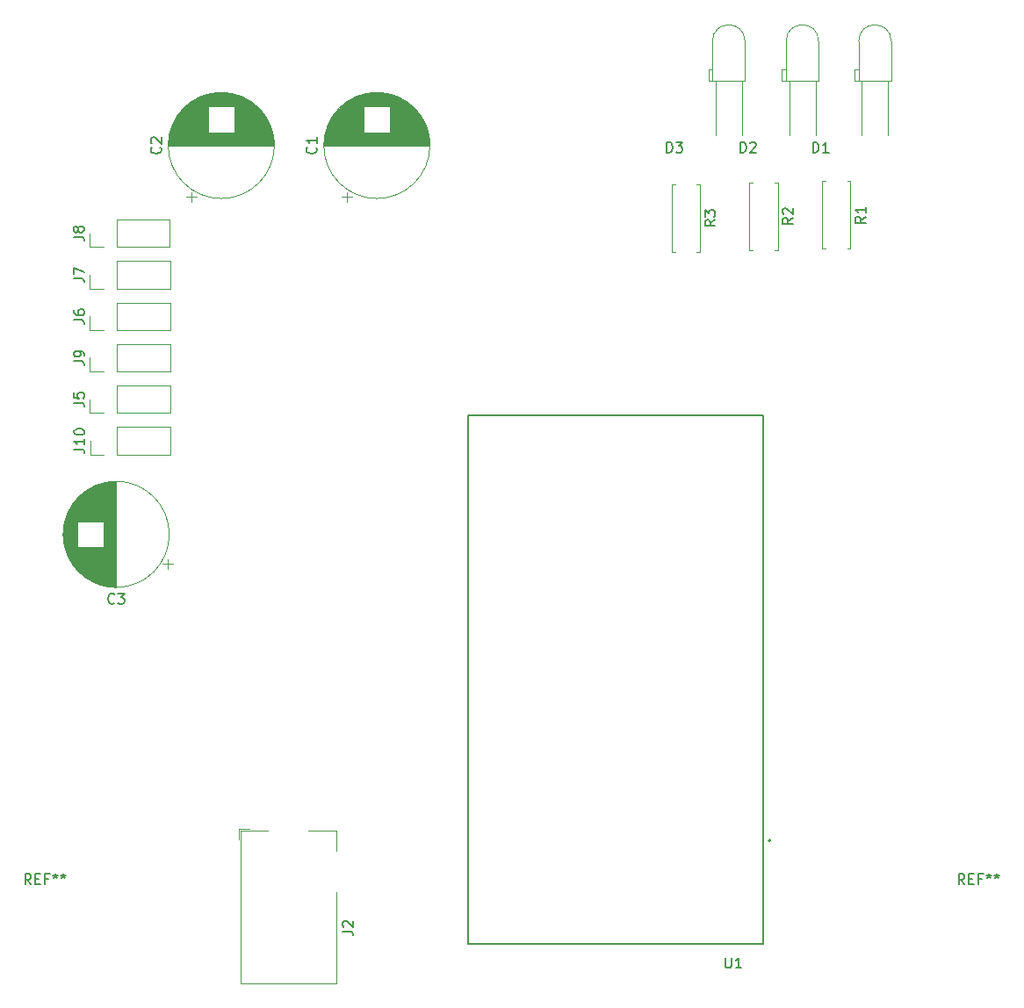
<source format=gbr>
%TF.GenerationSoftware,KiCad,Pcbnew,8.0.4*%
%TF.CreationDate,2024-09-01T22:04:34-05:00*%
%TF.ProjectId,CNC-BOT ESP32,434e432d-424f-4542-9045-535033322e6b,rev?*%
%TF.SameCoordinates,Original*%
%TF.FileFunction,Legend,Top*%
%TF.FilePolarity,Positive*%
%FSLAX46Y46*%
G04 Gerber Fmt 4.6, Leading zero omitted, Abs format (unit mm)*
G04 Created by KiCad (PCBNEW 8.0.4) date 2024-09-01 22:04:34*
%MOMM*%
%LPD*%
G01*
G04 APERTURE LIST*
%ADD10C,0.150000*%
%ADD11C,0.120000*%
%ADD12C,0.127000*%
%ADD13C,0.200000*%
G04 APERTURE END LIST*
D10*
X178364819Y-66374166D02*
X177888628Y-66707499D01*
X178364819Y-66945594D02*
X177364819Y-66945594D01*
X177364819Y-66945594D02*
X177364819Y-66564642D01*
X177364819Y-66564642D02*
X177412438Y-66469404D01*
X177412438Y-66469404D02*
X177460057Y-66421785D01*
X177460057Y-66421785D02*
X177555295Y-66374166D01*
X177555295Y-66374166D02*
X177698152Y-66374166D01*
X177698152Y-66374166D02*
X177793390Y-66421785D01*
X177793390Y-66421785D02*
X177841009Y-66469404D01*
X177841009Y-66469404D02*
X177888628Y-66564642D01*
X177888628Y-66564642D02*
X177888628Y-66945594D01*
X178364819Y-65421785D02*
X178364819Y-65993213D01*
X178364819Y-65707499D02*
X177364819Y-65707499D01*
X177364819Y-65707499D02*
X177507676Y-65802737D01*
X177507676Y-65802737D02*
X177602914Y-65897975D01*
X177602914Y-65897975D02*
X177650533Y-65993213D01*
X97916666Y-130754819D02*
X97583333Y-130278628D01*
X97345238Y-130754819D02*
X97345238Y-129754819D01*
X97345238Y-129754819D02*
X97726190Y-129754819D01*
X97726190Y-129754819D02*
X97821428Y-129802438D01*
X97821428Y-129802438D02*
X97869047Y-129850057D01*
X97869047Y-129850057D02*
X97916666Y-129945295D01*
X97916666Y-129945295D02*
X97916666Y-130088152D01*
X97916666Y-130088152D02*
X97869047Y-130183390D01*
X97869047Y-130183390D02*
X97821428Y-130231009D01*
X97821428Y-130231009D02*
X97726190Y-130278628D01*
X97726190Y-130278628D02*
X97345238Y-130278628D01*
X98345238Y-130231009D02*
X98678571Y-130231009D01*
X98821428Y-130754819D02*
X98345238Y-130754819D01*
X98345238Y-130754819D02*
X98345238Y-129754819D01*
X98345238Y-129754819D02*
X98821428Y-129754819D01*
X99583333Y-130231009D02*
X99250000Y-130231009D01*
X99250000Y-130754819D02*
X99250000Y-129754819D01*
X99250000Y-129754819D02*
X99726190Y-129754819D01*
X100250000Y-129754819D02*
X100250000Y-129992914D01*
X100011905Y-129897676D02*
X100250000Y-129992914D01*
X100250000Y-129992914D02*
X100488095Y-129897676D01*
X100107143Y-130183390D02*
X100250000Y-129992914D01*
X100250000Y-129992914D02*
X100392857Y-130183390D01*
X101011905Y-129754819D02*
X101011905Y-129992914D01*
X100773810Y-129897676D02*
X101011905Y-129992914D01*
X101011905Y-129992914D02*
X101250000Y-129897676D01*
X100869048Y-130183390D02*
X101011905Y-129992914D01*
X101011905Y-129992914D02*
X101154762Y-130183390D01*
X102049819Y-72308333D02*
X102764104Y-72308333D01*
X102764104Y-72308333D02*
X102906961Y-72355952D01*
X102906961Y-72355952D02*
X103002200Y-72451190D01*
X103002200Y-72451190D02*
X103049819Y-72594047D01*
X103049819Y-72594047D02*
X103049819Y-72689285D01*
X102049819Y-71927380D02*
X102049819Y-71260714D01*
X102049819Y-71260714D02*
X103049819Y-71689285D01*
X166281905Y-60187319D02*
X166281905Y-59187319D01*
X166281905Y-59187319D02*
X166520000Y-59187319D01*
X166520000Y-59187319D02*
X166662857Y-59234938D01*
X166662857Y-59234938D02*
X166758095Y-59330176D01*
X166758095Y-59330176D02*
X166805714Y-59425414D01*
X166805714Y-59425414D02*
X166853333Y-59615890D01*
X166853333Y-59615890D02*
X166853333Y-59758747D01*
X166853333Y-59758747D02*
X166805714Y-59949223D01*
X166805714Y-59949223D02*
X166758095Y-60044461D01*
X166758095Y-60044461D02*
X166662857Y-60139700D01*
X166662857Y-60139700D02*
X166520000Y-60187319D01*
X166520000Y-60187319D02*
X166281905Y-60187319D01*
X167234286Y-59282557D02*
X167281905Y-59234938D01*
X167281905Y-59234938D02*
X167377143Y-59187319D01*
X167377143Y-59187319D02*
X167615238Y-59187319D01*
X167615238Y-59187319D02*
X167710476Y-59234938D01*
X167710476Y-59234938D02*
X167758095Y-59282557D01*
X167758095Y-59282557D02*
X167805714Y-59377795D01*
X167805714Y-59377795D02*
X167805714Y-59473033D01*
X167805714Y-59473033D02*
X167758095Y-59615890D01*
X167758095Y-59615890D02*
X167186667Y-60187319D01*
X167186667Y-60187319D02*
X167805714Y-60187319D01*
X125359580Y-59666666D02*
X125407200Y-59714285D01*
X125407200Y-59714285D02*
X125454819Y-59857142D01*
X125454819Y-59857142D02*
X125454819Y-59952380D01*
X125454819Y-59952380D02*
X125407200Y-60095237D01*
X125407200Y-60095237D02*
X125311961Y-60190475D01*
X125311961Y-60190475D02*
X125216723Y-60238094D01*
X125216723Y-60238094D02*
X125026247Y-60285713D01*
X125026247Y-60285713D02*
X124883390Y-60285713D01*
X124883390Y-60285713D02*
X124692914Y-60238094D01*
X124692914Y-60238094D02*
X124597676Y-60190475D01*
X124597676Y-60190475D02*
X124502438Y-60095237D01*
X124502438Y-60095237D02*
X124454819Y-59952380D01*
X124454819Y-59952380D02*
X124454819Y-59857142D01*
X124454819Y-59857142D02*
X124502438Y-59714285D01*
X124502438Y-59714285D02*
X124550057Y-59666666D01*
X125454819Y-58714285D02*
X125454819Y-59285713D01*
X125454819Y-58999999D02*
X124454819Y-58999999D01*
X124454819Y-58999999D02*
X124597676Y-59095237D01*
X124597676Y-59095237D02*
X124692914Y-59190475D01*
X124692914Y-59190475D02*
X124740533Y-59285713D01*
X164843095Y-137814819D02*
X164843095Y-138624342D01*
X164843095Y-138624342D02*
X164890714Y-138719580D01*
X164890714Y-138719580D02*
X164938333Y-138767200D01*
X164938333Y-138767200D02*
X165033571Y-138814819D01*
X165033571Y-138814819D02*
X165224047Y-138814819D01*
X165224047Y-138814819D02*
X165319285Y-138767200D01*
X165319285Y-138767200D02*
X165366904Y-138719580D01*
X165366904Y-138719580D02*
X165414523Y-138624342D01*
X165414523Y-138624342D02*
X165414523Y-137814819D01*
X166414523Y-138814819D02*
X165843095Y-138814819D01*
X166128809Y-138814819D02*
X166128809Y-137814819D01*
X166128809Y-137814819D02*
X166033571Y-137957676D01*
X166033571Y-137957676D02*
X165938333Y-138052914D01*
X165938333Y-138052914D02*
X165843095Y-138100533D01*
X171364819Y-66494166D02*
X170888628Y-66827499D01*
X171364819Y-67065594D02*
X170364819Y-67065594D01*
X170364819Y-67065594D02*
X170364819Y-66684642D01*
X170364819Y-66684642D02*
X170412438Y-66589404D01*
X170412438Y-66589404D02*
X170460057Y-66541785D01*
X170460057Y-66541785D02*
X170555295Y-66494166D01*
X170555295Y-66494166D02*
X170698152Y-66494166D01*
X170698152Y-66494166D02*
X170793390Y-66541785D01*
X170793390Y-66541785D02*
X170841009Y-66589404D01*
X170841009Y-66589404D02*
X170888628Y-66684642D01*
X170888628Y-66684642D02*
X170888628Y-67065594D01*
X170460057Y-66113213D02*
X170412438Y-66065594D01*
X170412438Y-66065594D02*
X170364819Y-65970356D01*
X170364819Y-65970356D02*
X170364819Y-65732261D01*
X170364819Y-65732261D02*
X170412438Y-65637023D01*
X170412438Y-65637023D02*
X170460057Y-65589404D01*
X170460057Y-65589404D02*
X170555295Y-65541785D01*
X170555295Y-65541785D02*
X170650533Y-65541785D01*
X170650533Y-65541785D02*
X170793390Y-65589404D01*
X170793390Y-65589404D02*
X171364819Y-66160832D01*
X171364819Y-66160832D02*
X171364819Y-65541785D01*
X105951010Y-103609580D02*
X105903391Y-103657200D01*
X105903391Y-103657200D02*
X105760534Y-103704819D01*
X105760534Y-103704819D02*
X105665296Y-103704819D01*
X105665296Y-103704819D02*
X105522439Y-103657200D01*
X105522439Y-103657200D02*
X105427201Y-103561961D01*
X105427201Y-103561961D02*
X105379582Y-103466723D01*
X105379582Y-103466723D02*
X105331963Y-103276247D01*
X105331963Y-103276247D02*
X105331963Y-103133390D01*
X105331963Y-103133390D02*
X105379582Y-102942914D01*
X105379582Y-102942914D02*
X105427201Y-102847676D01*
X105427201Y-102847676D02*
X105522439Y-102752438D01*
X105522439Y-102752438D02*
X105665296Y-102704819D01*
X105665296Y-102704819D02*
X105760534Y-102704819D01*
X105760534Y-102704819D02*
X105903391Y-102752438D01*
X105903391Y-102752438D02*
X105951010Y-102800057D01*
X106284344Y-102704819D02*
X106903391Y-102704819D01*
X106903391Y-102704819D02*
X106570058Y-103085771D01*
X106570058Y-103085771D02*
X106712915Y-103085771D01*
X106712915Y-103085771D02*
X106808153Y-103133390D01*
X106808153Y-103133390D02*
X106855772Y-103181009D01*
X106855772Y-103181009D02*
X106903391Y-103276247D01*
X106903391Y-103276247D02*
X106903391Y-103514342D01*
X106903391Y-103514342D02*
X106855772Y-103609580D01*
X106855772Y-103609580D02*
X106808153Y-103657200D01*
X106808153Y-103657200D02*
X106712915Y-103704819D01*
X106712915Y-103704819D02*
X106427201Y-103704819D01*
X106427201Y-103704819D02*
X106331963Y-103657200D01*
X106331963Y-103657200D02*
X106284344Y-103609580D01*
X102024819Y-84308333D02*
X102739104Y-84308333D01*
X102739104Y-84308333D02*
X102881961Y-84355952D01*
X102881961Y-84355952D02*
X102977200Y-84451190D01*
X102977200Y-84451190D02*
X103024819Y-84594047D01*
X103024819Y-84594047D02*
X103024819Y-84689285D01*
X102024819Y-83355952D02*
X102024819Y-83832142D01*
X102024819Y-83832142D02*
X102501009Y-83879761D01*
X102501009Y-83879761D02*
X102453390Y-83832142D01*
X102453390Y-83832142D02*
X102405771Y-83736904D01*
X102405771Y-83736904D02*
X102405771Y-83498809D01*
X102405771Y-83498809D02*
X102453390Y-83403571D01*
X102453390Y-83403571D02*
X102501009Y-83355952D01*
X102501009Y-83355952D02*
X102596247Y-83308333D01*
X102596247Y-83308333D02*
X102834342Y-83308333D01*
X102834342Y-83308333D02*
X102929580Y-83355952D01*
X102929580Y-83355952D02*
X102977200Y-83403571D01*
X102977200Y-83403571D02*
X103024819Y-83498809D01*
X103024819Y-83498809D02*
X103024819Y-83736904D01*
X103024819Y-83736904D02*
X102977200Y-83832142D01*
X102977200Y-83832142D02*
X102929580Y-83879761D01*
X159181905Y-60187319D02*
X159181905Y-59187319D01*
X159181905Y-59187319D02*
X159420000Y-59187319D01*
X159420000Y-59187319D02*
X159562857Y-59234938D01*
X159562857Y-59234938D02*
X159658095Y-59330176D01*
X159658095Y-59330176D02*
X159705714Y-59425414D01*
X159705714Y-59425414D02*
X159753333Y-59615890D01*
X159753333Y-59615890D02*
X159753333Y-59758747D01*
X159753333Y-59758747D02*
X159705714Y-59949223D01*
X159705714Y-59949223D02*
X159658095Y-60044461D01*
X159658095Y-60044461D02*
X159562857Y-60139700D01*
X159562857Y-60139700D02*
X159420000Y-60187319D01*
X159420000Y-60187319D02*
X159181905Y-60187319D01*
X160086667Y-59187319D02*
X160705714Y-59187319D01*
X160705714Y-59187319D02*
X160372381Y-59568271D01*
X160372381Y-59568271D02*
X160515238Y-59568271D01*
X160515238Y-59568271D02*
X160610476Y-59615890D01*
X160610476Y-59615890D02*
X160658095Y-59663509D01*
X160658095Y-59663509D02*
X160705714Y-59758747D01*
X160705714Y-59758747D02*
X160705714Y-59996842D01*
X160705714Y-59996842D02*
X160658095Y-60092080D01*
X160658095Y-60092080D02*
X160610476Y-60139700D01*
X160610476Y-60139700D02*
X160515238Y-60187319D01*
X160515238Y-60187319D02*
X160229524Y-60187319D01*
X160229524Y-60187319D02*
X160134286Y-60139700D01*
X160134286Y-60139700D02*
X160086667Y-60092080D01*
X173281905Y-60187319D02*
X173281905Y-59187319D01*
X173281905Y-59187319D02*
X173520000Y-59187319D01*
X173520000Y-59187319D02*
X173662857Y-59234938D01*
X173662857Y-59234938D02*
X173758095Y-59330176D01*
X173758095Y-59330176D02*
X173805714Y-59425414D01*
X173805714Y-59425414D02*
X173853333Y-59615890D01*
X173853333Y-59615890D02*
X173853333Y-59758747D01*
X173853333Y-59758747D02*
X173805714Y-59949223D01*
X173805714Y-59949223D02*
X173758095Y-60044461D01*
X173758095Y-60044461D02*
X173662857Y-60139700D01*
X173662857Y-60139700D02*
X173520000Y-60187319D01*
X173520000Y-60187319D02*
X173281905Y-60187319D01*
X174805714Y-60187319D02*
X174234286Y-60187319D01*
X174520000Y-60187319D02*
X174520000Y-59187319D01*
X174520000Y-59187319D02*
X174424762Y-59330176D01*
X174424762Y-59330176D02*
X174329524Y-59425414D01*
X174329524Y-59425414D02*
X174234286Y-59473033D01*
X102009819Y-68308333D02*
X102724104Y-68308333D01*
X102724104Y-68308333D02*
X102866961Y-68355952D01*
X102866961Y-68355952D02*
X102962200Y-68451190D01*
X102962200Y-68451190D02*
X103009819Y-68594047D01*
X103009819Y-68594047D02*
X103009819Y-68689285D01*
X102438390Y-67689285D02*
X102390771Y-67784523D01*
X102390771Y-67784523D02*
X102343152Y-67832142D01*
X102343152Y-67832142D02*
X102247914Y-67879761D01*
X102247914Y-67879761D02*
X102200295Y-67879761D01*
X102200295Y-67879761D02*
X102105057Y-67832142D01*
X102105057Y-67832142D02*
X102057438Y-67784523D01*
X102057438Y-67784523D02*
X102009819Y-67689285D01*
X102009819Y-67689285D02*
X102009819Y-67498809D01*
X102009819Y-67498809D02*
X102057438Y-67403571D01*
X102057438Y-67403571D02*
X102105057Y-67355952D01*
X102105057Y-67355952D02*
X102200295Y-67308333D01*
X102200295Y-67308333D02*
X102247914Y-67308333D01*
X102247914Y-67308333D02*
X102343152Y-67355952D01*
X102343152Y-67355952D02*
X102390771Y-67403571D01*
X102390771Y-67403571D02*
X102438390Y-67498809D01*
X102438390Y-67498809D02*
X102438390Y-67689285D01*
X102438390Y-67689285D02*
X102486009Y-67784523D01*
X102486009Y-67784523D02*
X102533628Y-67832142D01*
X102533628Y-67832142D02*
X102628866Y-67879761D01*
X102628866Y-67879761D02*
X102819342Y-67879761D01*
X102819342Y-67879761D02*
X102914580Y-67832142D01*
X102914580Y-67832142D02*
X102962200Y-67784523D01*
X102962200Y-67784523D02*
X103009819Y-67689285D01*
X103009819Y-67689285D02*
X103009819Y-67498809D01*
X103009819Y-67498809D02*
X102962200Y-67403571D01*
X102962200Y-67403571D02*
X102914580Y-67355952D01*
X102914580Y-67355952D02*
X102819342Y-67308333D01*
X102819342Y-67308333D02*
X102628866Y-67308333D01*
X102628866Y-67308333D02*
X102533628Y-67355952D01*
X102533628Y-67355952D02*
X102486009Y-67403571D01*
X102486009Y-67403571D02*
X102438390Y-67498809D01*
X102049819Y-76308333D02*
X102764104Y-76308333D01*
X102764104Y-76308333D02*
X102906961Y-76355952D01*
X102906961Y-76355952D02*
X103002200Y-76451190D01*
X103002200Y-76451190D02*
X103049819Y-76594047D01*
X103049819Y-76594047D02*
X103049819Y-76689285D01*
X102049819Y-75403571D02*
X102049819Y-75594047D01*
X102049819Y-75594047D02*
X102097438Y-75689285D01*
X102097438Y-75689285D02*
X102145057Y-75736904D01*
X102145057Y-75736904D02*
X102287914Y-75832142D01*
X102287914Y-75832142D02*
X102478390Y-75879761D01*
X102478390Y-75879761D02*
X102859342Y-75879761D01*
X102859342Y-75879761D02*
X102954580Y-75832142D01*
X102954580Y-75832142D02*
X103002200Y-75784523D01*
X103002200Y-75784523D02*
X103049819Y-75689285D01*
X103049819Y-75689285D02*
X103049819Y-75498809D01*
X103049819Y-75498809D02*
X103002200Y-75403571D01*
X103002200Y-75403571D02*
X102954580Y-75355952D01*
X102954580Y-75355952D02*
X102859342Y-75308333D01*
X102859342Y-75308333D02*
X102621247Y-75308333D01*
X102621247Y-75308333D02*
X102526009Y-75355952D01*
X102526009Y-75355952D02*
X102478390Y-75403571D01*
X102478390Y-75403571D02*
X102430771Y-75498809D01*
X102430771Y-75498809D02*
X102430771Y-75689285D01*
X102430771Y-75689285D02*
X102478390Y-75784523D01*
X102478390Y-75784523D02*
X102526009Y-75832142D01*
X102526009Y-75832142D02*
X102621247Y-75879761D01*
X102054819Y-88784523D02*
X102769104Y-88784523D01*
X102769104Y-88784523D02*
X102911961Y-88832142D01*
X102911961Y-88832142D02*
X103007200Y-88927380D01*
X103007200Y-88927380D02*
X103054819Y-89070237D01*
X103054819Y-89070237D02*
X103054819Y-89165475D01*
X103054819Y-87784523D02*
X103054819Y-88355951D01*
X103054819Y-88070237D02*
X102054819Y-88070237D01*
X102054819Y-88070237D02*
X102197676Y-88165475D01*
X102197676Y-88165475D02*
X102292914Y-88260713D01*
X102292914Y-88260713D02*
X102340533Y-88355951D01*
X102054819Y-87165475D02*
X102054819Y-87070237D01*
X102054819Y-87070237D02*
X102102438Y-86974999D01*
X102102438Y-86974999D02*
X102150057Y-86927380D01*
X102150057Y-86927380D02*
X102245295Y-86879761D01*
X102245295Y-86879761D02*
X102435771Y-86832142D01*
X102435771Y-86832142D02*
X102673866Y-86832142D01*
X102673866Y-86832142D02*
X102864342Y-86879761D01*
X102864342Y-86879761D02*
X102959580Y-86927380D01*
X102959580Y-86927380D02*
X103007200Y-86974999D01*
X103007200Y-86974999D02*
X103054819Y-87070237D01*
X103054819Y-87070237D02*
X103054819Y-87165475D01*
X103054819Y-87165475D02*
X103007200Y-87260713D01*
X103007200Y-87260713D02*
X102959580Y-87308332D01*
X102959580Y-87308332D02*
X102864342Y-87355951D01*
X102864342Y-87355951D02*
X102673866Y-87403570D01*
X102673866Y-87403570D02*
X102435771Y-87403570D01*
X102435771Y-87403570D02*
X102245295Y-87355951D01*
X102245295Y-87355951D02*
X102150057Y-87308332D01*
X102150057Y-87308332D02*
X102102438Y-87260713D01*
X102102438Y-87260713D02*
X102054819Y-87165475D01*
X163864819Y-66684166D02*
X163388628Y-67017499D01*
X163864819Y-67255594D02*
X162864819Y-67255594D01*
X162864819Y-67255594D02*
X162864819Y-66874642D01*
X162864819Y-66874642D02*
X162912438Y-66779404D01*
X162912438Y-66779404D02*
X162960057Y-66731785D01*
X162960057Y-66731785D02*
X163055295Y-66684166D01*
X163055295Y-66684166D02*
X163198152Y-66684166D01*
X163198152Y-66684166D02*
X163293390Y-66731785D01*
X163293390Y-66731785D02*
X163341009Y-66779404D01*
X163341009Y-66779404D02*
X163388628Y-66874642D01*
X163388628Y-66874642D02*
X163388628Y-67255594D01*
X162864819Y-66350832D02*
X162864819Y-65731785D01*
X162864819Y-65731785D02*
X163245771Y-66065118D01*
X163245771Y-66065118D02*
X163245771Y-65922261D01*
X163245771Y-65922261D02*
X163293390Y-65827023D01*
X163293390Y-65827023D02*
X163341009Y-65779404D01*
X163341009Y-65779404D02*
X163436247Y-65731785D01*
X163436247Y-65731785D02*
X163674342Y-65731785D01*
X163674342Y-65731785D02*
X163769580Y-65779404D01*
X163769580Y-65779404D02*
X163817200Y-65827023D01*
X163817200Y-65827023D02*
X163864819Y-65922261D01*
X163864819Y-65922261D02*
X163864819Y-66207975D01*
X163864819Y-66207975D02*
X163817200Y-66303213D01*
X163817200Y-66303213D02*
X163769580Y-66350832D01*
X110359580Y-59666666D02*
X110407200Y-59714285D01*
X110407200Y-59714285D02*
X110454819Y-59857142D01*
X110454819Y-59857142D02*
X110454819Y-59952380D01*
X110454819Y-59952380D02*
X110407200Y-60095237D01*
X110407200Y-60095237D02*
X110311961Y-60190475D01*
X110311961Y-60190475D02*
X110216723Y-60238094D01*
X110216723Y-60238094D02*
X110026247Y-60285713D01*
X110026247Y-60285713D02*
X109883390Y-60285713D01*
X109883390Y-60285713D02*
X109692914Y-60238094D01*
X109692914Y-60238094D02*
X109597676Y-60190475D01*
X109597676Y-60190475D02*
X109502438Y-60095237D01*
X109502438Y-60095237D02*
X109454819Y-59952380D01*
X109454819Y-59952380D02*
X109454819Y-59857142D01*
X109454819Y-59857142D02*
X109502438Y-59714285D01*
X109502438Y-59714285D02*
X109550057Y-59666666D01*
X109550057Y-59285713D02*
X109502438Y-59238094D01*
X109502438Y-59238094D02*
X109454819Y-59142856D01*
X109454819Y-59142856D02*
X109454819Y-58904761D01*
X109454819Y-58904761D02*
X109502438Y-58809523D01*
X109502438Y-58809523D02*
X109550057Y-58761904D01*
X109550057Y-58761904D02*
X109645295Y-58714285D01*
X109645295Y-58714285D02*
X109740533Y-58714285D01*
X109740533Y-58714285D02*
X109883390Y-58761904D01*
X109883390Y-58761904D02*
X110454819Y-59333332D01*
X110454819Y-59333332D02*
X110454819Y-58714285D01*
X127954819Y-135283333D02*
X128669104Y-135283333D01*
X128669104Y-135283333D02*
X128811961Y-135330952D01*
X128811961Y-135330952D02*
X128907200Y-135426190D01*
X128907200Y-135426190D02*
X128954819Y-135569047D01*
X128954819Y-135569047D02*
X128954819Y-135664285D01*
X128050057Y-134854761D02*
X128002438Y-134807142D01*
X128002438Y-134807142D02*
X127954819Y-134711904D01*
X127954819Y-134711904D02*
X127954819Y-134473809D01*
X127954819Y-134473809D02*
X128002438Y-134378571D01*
X128002438Y-134378571D02*
X128050057Y-134330952D01*
X128050057Y-134330952D02*
X128145295Y-134283333D01*
X128145295Y-134283333D02*
X128240533Y-134283333D01*
X128240533Y-134283333D02*
X128383390Y-134330952D01*
X128383390Y-134330952D02*
X128954819Y-134902380D01*
X128954819Y-134902380D02*
X128954819Y-134283333D01*
X102049819Y-80308333D02*
X102764104Y-80308333D01*
X102764104Y-80308333D02*
X102906961Y-80355952D01*
X102906961Y-80355952D02*
X103002200Y-80451190D01*
X103002200Y-80451190D02*
X103049819Y-80594047D01*
X103049819Y-80594047D02*
X103049819Y-80689285D01*
X103049819Y-79784523D02*
X103049819Y-79594047D01*
X103049819Y-79594047D02*
X103002200Y-79498809D01*
X103002200Y-79498809D02*
X102954580Y-79451190D01*
X102954580Y-79451190D02*
X102811723Y-79355952D01*
X102811723Y-79355952D02*
X102621247Y-79308333D01*
X102621247Y-79308333D02*
X102240295Y-79308333D01*
X102240295Y-79308333D02*
X102145057Y-79355952D01*
X102145057Y-79355952D02*
X102097438Y-79403571D01*
X102097438Y-79403571D02*
X102049819Y-79498809D01*
X102049819Y-79498809D02*
X102049819Y-79689285D01*
X102049819Y-79689285D02*
X102097438Y-79784523D01*
X102097438Y-79784523D02*
X102145057Y-79832142D01*
X102145057Y-79832142D02*
X102240295Y-79879761D01*
X102240295Y-79879761D02*
X102478390Y-79879761D01*
X102478390Y-79879761D02*
X102573628Y-79832142D01*
X102573628Y-79832142D02*
X102621247Y-79784523D01*
X102621247Y-79784523D02*
X102668866Y-79689285D01*
X102668866Y-79689285D02*
X102668866Y-79498809D01*
X102668866Y-79498809D02*
X102621247Y-79403571D01*
X102621247Y-79403571D02*
X102573628Y-79355952D01*
X102573628Y-79355952D02*
X102478390Y-79308333D01*
X187916666Y-130754819D02*
X187583333Y-130278628D01*
X187345238Y-130754819D02*
X187345238Y-129754819D01*
X187345238Y-129754819D02*
X187726190Y-129754819D01*
X187726190Y-129754819D02*
X187821428Y-129802438D01*
X187821428Y-129802438D02*
X187869047Y-129850057D01*
X187869047Y-129850057D02*
X187916666Y-129945295D01*
X187916666Y-129945295D02*
X187916666Y-130088152D01*
X187916666Y-130088152D02*
X187869047Y-130183390D01*
X187869047Y-130183390D02*
X187821428Y-130231009D01*
X187821428Y-130231009D02*
X187726190Y-130278628D01*
X187726190Y-130278628D02*
X187345238Y-130278628D01*
X188345238Y-130231009D02*
X188678571Y-130231009D01*
X188821428Y-130754819D02*
X188345238Y-130754819D01*
X188345238Y-130754819D02*
X188345238Y-129754819D01*
X188345238Y-129754819D02*
X188821428Y-129754819D01*
X189583333Y-130231009D02*
X189250000Y-130231009D01*
X189250000Y-130754819D02*
X189250000Y-129754819D01*
X189250000Y-129754819D02*
X189726190Y-129754819D01*
X190250000Y-129754819D02*
X190250000Y-129992914D01*
X190011905Y-129897676D02*
X190250000Y-129992914D01*
X190250000Y-129992914D02*
X190488095Y-129897676D01*
X190107143Y-130183390D02*
X190250000Y-129992914D01*
X190250000Y-129992914D02*
X190392857Y-130183390D01*
X191011905Y-129754819D02*
X191011905Y-129992914D01*
X190773810Y-129897676D02*
X191011905Y-129992914D01*
X191011905Y-129992914D02*
X191250000Y-129897676D01*
X190869048Y-130183390D02*
X191011905Y-129992914D01*
X191011905Y-129992914D02*
X191154762Y-130183390D01*
D11*
%TO.C,R1*%
X174170000Y-62937500D02*
X174170000Y-69477500D01*
X174170000Y-69477500D02*
X174500000Y-69477500D01*
X174500000Y-62937500D02*
X174170000Y-62937500D01*
X176580000Y-62937500D02*
X176910000Y-62937500D01*
X176910000Y-62937500D02*
X176910000Y-69477500D01*
X176910000Y-69477500D02*
X176580000Y-69477500D01*
%TO.C,J7*%
X103595000Y-73305000D02*
X103595000Y-71975000D01*
X104925000Y-73305000D02*
X103595000Y-73305000D01*
X106195000Y-70645000D02*
X111335000Y-70645000D01*
X106195000Y-73305000D02*
X106195000Y-70645000D01*
X106195000Y-73305000D02*
X111335000Y-73305000D01*
X111335000Y-73305000D02*
X111335000Y-70645000D01*
%TO.C,D2*%
X170310000Y-52172500D02*
X170710000Y-52172500D01*
X170310000Y-53292500D02*
X170310000Y-52172500D01*
X170710000Y-52172500D02*
X170710000Y-53292500D01*
X170710000Y-53292500D02*
X170310000Y-53292500D01*
X170710000Y-53292500D02*
X170710000Y-49432500D01*
X171000000Y-53292500D02*
X171000000Y-53292500D01*
X171000000Y-53292500D02*
X171000000Y-58502500D01*
X171000000Y-58502500D02*
X171000000Y-53292500D01*
X171000000Y-58502500D02*
X171000000Y-58502500D01*
X173540000Y-53292500D02*
X173540000Y-53292500D01*
X173540000Y-53292500D02*
X173540000Y-58502500D01*
X173540000Y-58502500D02*
X173540000Y-53292500D01*
X173540000Y-58502500D02*
X173540000Y-58502500D01*
X173830000Y-53292500D02*
X170710000Y-53292500D01*
X173830000Y-53292500D02*
X173830000Y-49432500D01*
X170710000Y-49432500D02*
G75*
G02*
X173830000Y-49432500I1560000J0D01*
G01*
%TO.C,C1*%
X126170000Y-59420000D02*
X136330000Y-59420000D01*
X126170000Y-59460000D02*
X136330000Y-59460000D01*
X126170000Y-59500000D02*
X136330000Y-59500000D01*
X126171000Y-59380000D02*
X136329000Y-59380000D01*
X126172000Y-59340000D02*
X136328000Y-59340000D01*
X126173000Y-59300000D02*
X136327000Y-59300000D01*
X126175000Y-59260000D02*
X136325000Y-59260000D01*
X126177000Y-59220000D02*
X136323000Y-59220000D01*
X126180000Y-59180000D02*
X136320000Y-59180000D01*
X126182000Y-59140000D02*
X136318000Y-59140000D01*
X126185000Y-59100000D02*
X136315000Y-59100000D01*
X126188000Y-59060000D02*
X136312000Y-59060000D01*
X126192000Y-59020000D02*
X136308000Y-59020000D01*
X126196000Y-58980000D02*
X136304000Y-58980000D01*
X126200000Y-58940000D02*
X136300000Y-58940000D01*
X126205000Y-58900000D02*
X136295000Y-58900000D01*
X126210000Y-58860000D02*
X136290000Y-58860000D01*
X126215000Y-58820000D02*
X136285000Y-58820000D01*
X126220000Y-58779000D02*
X136280000Y-58779000D01*
X126226000Y-58739000D02*
X136274000Y-58739000D01*
X126232000Y-58699000D02*
X136268000Y-58699000D01*
X126239000Y-58659000D02*
X136261000Y-58659000D01*
X126246000Y-58619000D02*
X136254000Y-58619000D01*
X126253000Y-58579000D02*
X136247000Y-58579000D01*
X126260000Y-58539000D02*
X136240000Y-58539000D01*
X126268000Y-58499000D02*
X136232000Y-58499000D01*
X126276000Y-58459000D02*
X136224000Y-58459000D01*
X126285000Y-58419000D02*
X136215000Y-58419000D01*
X126294000Y-58379000D02*
X136206000Y-58379000D01*
X126303000Y-58339000D02*
X136197000Y-58339000D01*
X126312000Y-58299000D02*
X136188000Y-58299000D01*
X126322000Y-58259000D02*
X136178000Y-58259000D01*
X126332000Y-58219000D02*
X130009000Y-58219000D01*
X126343000Y-58179000D02*
X130009000Y-58179000D01*
X126353000Y-58139000D02*
X130009000Y-58139000D01*
X126365000Y-58099000D02*
X130009000Y-58099000D01*
X126376000Y-58059000D02*
X130009000Y-58059000D01*
X126388000Y-58019000D02*
X130009000Y-58019000D01*
X126400000Y-57979000D02*
X130009000Y-57979000D01*
X126413000Y-57939000D02*
X130009000Y-57939000D01*
X126426000Y-57899000D02*
X130009000Y-57899000D01*
X126439000Y-57859000D02*
X130009000Y-57859000D01*
X126453000Y-57819000D02*
X130009000Y-57819000D01*
X126467000Y-57779000D02*
X130009000Y-57779000D01*
X126482000Y-57739000D02*
X130009000Y-57739000D01*
X126496000Y-57699000D02*
X130009000Y-57699000D01*
X126512000Y-57659000D02*
X130009000Y-57659000D01*
X126527000Y-57619000D02*
X130009000Y-57619000D01*
X126543000Y-57579000D02*
X130009000Y-57579000D01*
X126560000Y-57539000D02*
X130009000Y-57539000D01*
X126576000Y-57499000D02*
X130009000Y-57499000D01*
X126593000Y-57459000D02*
X130009000Y-57459000D01*
X126611000Y-57419000D02*
X130009000Y-57419000D01*
X126629000Y-57379000D02*
X130009000Y-57379000D01*
X126647000Y-57339000D02*
X130009000Y-57339000D01*
X126666000Y-57299000D02*
X130009000Y-57299000D01*
X126686000Y-57259000D02*
X130009000Y-57259000D01*
X126705000Y-57219000D02*
X130009000Y-57219000D01*
X126725000Y-57179000D02*
X130009000Y-57179000D01*
X126746000Y-57139000D02*
X130009000Y-57139000D01*
X126767000Y-57099000D02*
X130009000Y-57099000D01*
X126788000Y-57059000D02*
X130009000Y-57059000D01*
X126810000Y-57019000D02*
X130009000Y-57019000D01*
X126833000Y-56979000D02*
X130009000Y-56979000D01*
X126855000Y-56939000D02*
X130009000Y-56939000D01*
X126879000Y-56899000D02*
X130009000Y-56899000D01*
X126903000Y-56859000D02*
X130009000Y-56859000D01*
X126927000Y-56819000D02*
X130009000Y-56819000D01*
X126952000Y-56779000D02*
X130009000Y-56779000D01*
X126977000Y-56739000D02*
X130009000Y-56739000D01*
X127003000Y-56699000D02*
X130009000Y-56699000D01*
X127029000Y-56659000D02*
X130009000Y-56659000D01*
X127056000Y-56619000D02*
X130009000Y-56619000D01*
X127084000Y-56579000D02*
X130009000Y-56579000D01*
X127112000Y-56539000D02*
X130009000Y-56539000D01*
X127140000Y-56499000D02*
X130009000Y-56499000D01*
X127170000Y-56459000D02*
X130009000Y-56459000D01*
X127200000Y-56419000D02*
X130009000Y-56419000D01*
X127230000Y-56379000D02*
X130009000Y-56379000D01*
X127261000Y-56339000D02*
X130009000Y-56339000D01*
X127293000Y-56299000D02*
X130009000Y-56299000D01*
X127325000Y-56259000D02*
X130009000Y-56259000D01*
X127358000Y-56219000D02*
X130009000Y-56219000D01*
X127392000Y-56179000D02*
X130009000Y-56179000D01*
X127426000Y-56139000D02*
X130009000Y-56139000D01*
X127461000Y-56099000D02*
X130009000Y-56099000D01*
X127497000Y-56059000D02*
X130009000Y-56059000D01*
X127534000Y-56019000D02*
X130009000Y-56019000D01*
X127571000Y-55979000D02*
X130009000Y-55979000D01*
X127610000Y-55939000D02*
X130009000Y-55939000D01*
X127649000Y-55899000D02*
X130009000Y-55899000D01*
X127689000Y-55859000D02*
X130009000Y-55859000D01*
X127730000Y-55819000D02*
X130009000Y-55819000D01*
X127772000Y-55779000D02*
X130009000Y-55779000D01*
X127814000Y-55739000D02*
X134686000Y-55739000D01*
X127858000Y-55699000D02*
X134642000Y-55699000D01*
X127875000Y-64479646D02*
X128875000Y-64479646D01*
X127903000Y-55659000D02*
X134597000Y-55659000D01*
X127949000Y-55619000D02*
X134551000Y-55619000D01*
X127996000Y-55579000D02*
X134504000Y-55579000D01*
X128044000Y-55539000D02*
X134456000Y-55539000D01*
X128094000Y-55499000D02*
X134406000Y-55499000D01*
X128144000Y-55459000D02*
X134356000Y-55459000D01*
X128196000Y-55419000D02*
X134304000Y-55419000D01*
X128250000Y-55379000D02*
X134250000Y-55379000D01*
X128305000Y-55339000D02*
X134195000Y-55339000D01*
X128361000Y-55299000D02*
X134139000Y-55299000D01*
X128375000Y-64979646D02*
X128375000Y-63979646D01*
X128420000Y-55259000D02*
X134080000Y-55259000D01*
X128480000Y-55219000D02*
X134020000Y-55219000D01*
X128541000Y-55179000D02*
X133959000Y-55179000D01*
X128605000Y-55139000D02*
X133895000Y-55139000D01*
X128671000Y-55099000D02*
X133829000Y-55099000D01*
X128740000Y-55059000D02*
X133760000Y-55059000D01*
X128811000Y-55019000D02*
X133689000Y-55019000D01*
X128885000Y-54979000D02*
X133615000Y-54979000D01*
X128961000Y-54939000D02*
X133539000Y-54939000D01*
X129041000Y-54899000D02*
X133459000Y-54899000D01*
X129125000Y-54859000D02*
X133375000Y-54859000D01*
X129213000Y-54819000D02*
X133287000Y-54819000D01*
X129306000Y-54779000D02*
X133194000Y-54779000D01*
X129404000Y-54739000D02*
X133096000Y-54739000D01*
X129508000Y-54699000D02*
X132992000Y-54699000D01*
X129620000Y-54659000D02*
X132880000Y-54659000D01*
X129740000Y-54619000D02*
X132760000Y-54619000D01*
X129872000Y-54579000D02*
X132628000Y-54579000D01*
X130020000Y-54539000D02*
X132480000Y-54539000D01*
X130188000Y-54499000D02*
X132312000Y-54499000D01*
X130388000Y-54459000D02*
X132112000Y-54459000D01*
X130651000Y-54419000D02*
X131849000Y-54419000D01*
X132491000Y-55779000D02*
X134728000Y-55779000D01*
X132491000Y-55819000D02*
X134770000Y-55819000D01*
X132491000Y-55859000D02*
X134811000Y-55859000D01*
X132491000Y-55899000D02*
X134851000Y-55899000D01*
X132491000Y-55939000D02*
X134890000Y-55939000D01*
X132491000Y-55979000D02*
X134929000Y-55979000D01*
X132491000Y-56019000D02*
X134966000Y-56019000D01*
X132491000Y-56059000D02*
X135003000Y-56059000D01*
X132491000Y-56099000D02*
X135039000Y-56099000D01*
X132491000Y-56139000D02*
X135074000Y-56139000D01*
X132491000Y-56179000D02*
X135108000Y-56179000D01*
X132491000Y-56219000D02*
X135142000Y-56219000D01*
X132491000Y-56259000D02*
X135175000Y-56259000D01*
X132491000Y-56299000D02*
X135207000Y-56299000D01*
X132491000Y-56339000D02*
X135239000Y-56339000D01*
X132491000Y-56379000D02*
X135270000Y-56379000D01*
X132491000Y-56419000D02*
X135300000Y-56419000D01*
X132491000Y-56459000D02*
X135330000Y-56459000D01*
X132491000Y-56499000D02*
X135360000Y-56499000D01*
X132491000Y-56539000D02*
X135388000Y-56539000D01*
X132491000Y-56579000D02*
X135416000Y-56579000D01*
X132491000Y-56619000D02*
X135444000Y-56619000D01*
X132491000Y-56659000D02*
X135471000Y-56659000D01*
X132491000Y-56699000D02*
X135497000Y-56699000D01*
X132491000Y-56739000D02*
X135523000Y-56739000D01*
X132491000Y-56779000D02*
X135548000Y-56779000D01*
X132491000Y-56819000D02*
X135573000Y-56819000D01*
X132491000Y-56859000D02*
X135597000Y-56859000D01*
X132491000Y-56899000D02*
X135621000Y-56899000D01*
X132491000Y-56939000D02*
X135645000Y-56939000D01*
X132491000Y-56979000D02*
X135667000Y-56979000D01*
X132491000Y-57019000D02*
X135690000Y-57019000D01*
X132491000Y-57059000D02*
X135712000Y-57059000D01*
X132491000Y-57099000D02*
X135733000Y-57099000D01*
X132491000Y-57139000D02*
X135754000Y-57139000D01*
X132491000Y-57179000D02*
X135775000Y-57179000D01*
X132491000Y-57219000D02*
X135795000Y-57219000D01*
X132491000Y-57259000D02*
X135814000Y-57259000D01*
X132491000Y-57299000D02*
X135834000Y-57299000D01*
X132491000Y-57339000D02*
X135853000Y-57339000D01*
X132491000Y-57379000D02*
X135871000Y-57379000D01*
X132491000Y-57419000D02*
X135889000Y-57419000D01*
X132491000Y-57459000D02*
X135907000Y-57459000D01*
X132491000Y-57499000D02*
X135924000Y-57499000D01*
X132491000Y-57539000D02*
X135940000Y-57539000D01*
X132491000Y-57579000D02*
X135957000Y-57579000D01*
X132491000Y-57619000D02*
X135973000Y-57619000D01*
X132491000Y-57659000D02*
X135988000Y-57659000D01*
X132491000Y-57699000D02*
X136004000Y-57699000D01*
X132491000Y-57739000D02*
X136018000Y-57739000D01*
X132491000Y-57779000D02*
X136033000Y-57779000D01*
X132491000Y-57819000D02*
X136047000Y-57819000D01*
X132491000Y-57859000D02*
X136061000Y-57859000D01*
X132491000Y-57899000D02*
X136074000Y-57899000D01*
X132491000Y-57939000D02*
X136087000Y-57939000D01*
X132491000Y-57979000D02*
X136100000Y-57979000D01*
X132491000Y-58019000D02*
X136112000Y-58019000D01*
X132491000Y-58059000D02*
X136124000Y-58059000D01*
X132491000Y-58099000D02*
X136135000Y-58099000D01*
X132491000Y-58139000D02*
X136147000Y-58139000D01*
X132491000Y-58179000D02*
X136157000Y-58179000D01*
X132491000Y-58219000D02*
X136168000Y-58219000D01*
X136370000Y-59500000D02*
G75*
G02*
X126130000Y-59500000I-5120000J0D01*
G01*
X126130000Y-59500000D02*
G75*
G02*
X136370000Y-59500000I5120000J0D01*
G01*
D12*
%TO.C,U1*%
X140020000Y-85525000D02*
X168530000Y-85525000D01*
X140020000Y-136475000D02*
X140020000Y-85525000D01*
X140020000Y-136475000D02*
X140020000Y-85525000D01*
X145470000Y-85525000D02*
X140020000Y-85525000D01*
X150750000Y-136475000D02*
X140020000Y-136475000D01*
X157461000Y-136475000D02*
X150750000Y-136475000D01*
X163160000Y-85525000D02*
X145470000Y-85525000D01*
X168530000Y-85525000D02*
X163160000Y-85525000D01*
X168530000Y-85525000D02*
X168530000Y-136475000D01*
X168530000Y-85525000D02*
X168530000Y-136475000D01*
X168530000Y-136475000D02*
X140020000Y-136475000D01*
X168530000Y-136475000D02*
X157461000Y-136475000D01*
D13*
X169200000Y-126515000D02*
G75*
G02*
X169000000Y-126515000I-100000J0D01*
G01*
X169000000Y-126515000D02*
G75*
G02*
X169200000Y-126515000I100000J0D01*
G01*
D11*
%TO.C,R2*%
X167170000Y-63057500D02*
X167170000Y-69597500D01*
X167170000Y-69597500D02*
X167500000Y-69597500D01*
X167500000Y-63057500D02*
X167170000Y-63057500D01*
X169580000Y-63057500D02*
X169910000Y-63057500D01*
X169910000Y-63057500D02*
X169910000Y-69597500D01*
X169910000Y-69597500D02*
X169580000Y-69597500D01*
%TO.C,C3*%
X101036677Y-97599000D02*
X101036677Y-96401000D01*
X101076677Y-97862000D02*
X101076677Y-96138000D01*
X101116677Y-98062000D02*
X101116677Y-95938000D01*
X101156677Y-98230000D02*
X101156677Y-95770000D01*
X101196677Y-98378000D02*
X101196677Y-95622000D01*
X101236677Y-98510000D02*
X101236677Y-95490000D01*
X101276677Y-98630000D02*
X101276677Y-95370000D01*
X101316677Y-98742000D02*
X101316677Y-95258000D01*
X101356677Y-98846000D02*
X101356677Y-95154000D01*
X101396677Y-98944000D02*
X101396677Y-95056000D01*
X101436677Y-99037000D02*
X101436677Y-94963000D01*
X101476677Y-99125000D02*
X101476677Y-94875000D01*
X101516677Y-99209000D02*
X101516677Y-94791000D01*
X101556677Y-99289000D02*
X101556677Y-94711000D01*
X101596677Y-99365000D02*
X101596677Y-94635000D01*
X101636677Y-99439000D02*
X101636677Y-94561000D01*
X101676677Y-99510000D02*
X101676677Y-94490000D01*
X101716677Y-99579000D02*
X101716677Y-94421000D01*
X101756677Y-99645000D02*
X101756677Y-94355000D01*
X101796677Y-99709000D02*
X101796677Y-94291000D01*
X101836677Y-99770000D02*
X101836677Y-94230000D01*
X101876677Y-99830000D02*
X101876677Y-94170000D01*
X101916677Y-99889000D02*
X101916677Y-94111000D01*
X101956677Y-99945000D02*
X101956677Y-94055000D01*
X101996677Y-100000000D02*
X101996677Y-94000000D01*
X102036677Y-100054000D02*
X102036677Y-93946000D01*
X102076677Y-100106000D02*
X102076677Y-93894000D01*
X102116677Y-100156000D02*
X102116677Y-93844000D01*
X102156677Y-100206000D02*
X102156677Y-93794000D01*
X102196677Y-100254000D02*
X102196677Y-93746000D01*
X102236677Y-100301000D02*
X102236677Y-93699000D01*
X102276677Y-100347000D02*
X102276677Y-93653000D01*
X102316677Y-100392000D02*
X102316677Y-93608000D01*
X102356677Y-100436000D02*
X102356677Y-93564000D01*
X102396677Y-95759000D02*
X102396677Y-93522000D01*
X102396677Y-100478000D02*
X102396677Y-98241000D01*
X102436677Y-95759000D02*
X102436677Y-93480000D01*
X102436677Y-100520000D02*
X102436677Y-98241000D01*
X102476677Y-95759000D02*
X102476677Y-93439000D01*
X102476677Y-100561000D02*
X102476677Y-98241000D01*
X102516677Y-95759000D02*
X102516677Y-93399000D01*
X102516677Y-100601000D02*
X102516677Y-98241000D01*
X102556677Y-95759000D02*
X102556677Y-93360000D01*
X102556677Y-100640000D02*
X102556677Y-98241000D01*
X102596677Y-95759000D02*
X102596677Y-93321000D01*
X102596677Y-100679000D02*
X102596677Y-98241000D01*
X102636677Y-95759000D02*
X102636677Y-93284000D01*
X102636677Y-100716000D02*
X102636677Y-98241000D01*
X102676677Y-95759000D02*
X102676677Y-93247000D01*
X102676677Y-100753000D02*
X102676677Y-98241000D01*
X102716677Y-95759000D02*
X102716677Y-93211000D01*
X102716677Y-100789000D02*
X102716677Y-98241000D01*
X102756677Y-95759000D02*
X102756677Y-93176000D01*
X102756677Y-100824000D02*
X102756677Y-98241000D01*
X102796677Y-95759000D02*
X102796677Y-93142000D01*
X102796677Y-100858000D02*
X102796677Y-98241000D01*
X102836677Y-95759000D02*
X102836677Y-93108000D01*
X102836677Y-100892000D02*
X102836677Y-98241000D01*
X102876677Y-95759000D02*
X102876677Y-93075000D01*
X102876677Y-100925000D02*
X102876677Y-98241000D01*
X102916677Y-95759000D02*
X102916677Y-93043000D01*
X102916677Y-100957000D02*
X102916677Y-98241000D01*
X102956677Y-95759000D02*
X102956677Y-93011000D01*
X102956677Y-100989000D02*
X102956677Y-98241000D01*
X102996677Y-95759000D02*
X102996677Y-92980000D01*
X102996677Y-101020000D02*
X102996677Y-98241000D01*
X103036677Y-95759000D02*
X103036677Y-92950000D01*
X103036677Y-101050000D02*
X103036677Y-98241000D01*
X103076677Y-95759000D02*
X103076677Y-92920000D01*
X103076677Y-101080000D02*
X103076677Y-98241000D01*
X103116677Y-95759000D02*
X103116677Y-92890000D01*
X103116677Y-101110000D02*
X103116677Y-98241000D01*
X103156677Y-95759000D02*
X103156677Y-92862000D01*
X103156677Y-101138000D02*
X103156677Y-98241000D01*
X103196677Y-95759000D02*
X103196677Y-92834000D01*
X103196677Y-101166000D02*
X103196677Y-98241000D01*
X103236677Y-95759000D02*
X103236677Y-92806000D01*
X103236677Y-101194000D02*
X103236677Y-98241000D01*
X103276677Y-95759000D02*
X103276677Y-92779000D01*
X103276677Y-101221000D02*
X103276677Y-98241000D01*
X103316677Y-95759000D02*
X103316677Y-92753000D01*
X103316677Y-101247000D02*
X103316677Y-98241000D01*
X103356677Y-95759000D02*
X103356677Y-92727000D01*
X103356677Y-101273000D02*
X103356677Y-98241000D01*
X103396677Y-95759000D02*
X103396677Y-92702000D01*
X103396677Y-101298000D02*
X103396677Y-98241000D01*
X103436677Y-95759000D02*
X103436677Y-92677000D01*
X103436677Y-101323000D02*
X103436677Y-98241000D01*
X103476677Y-95759000D02*
X103476677Y-92653000D01*
X103476677Y-101347000D02*
X103476677Y-98241000D01*
X103516677Y-95759000D02*
X103516677Y-92629000D01*
X103516677Y-101371000D02*
X103516677Y-98241000D01*
X103556677Y-95759000D02*
X103556677Y-92605000D01*
X103556677Y-101395000D02*
X103556677Y-98241000D01*
X103596677Y-95759000D02*
X103596677Y-92583000D01*
X103596677Y-101417000D02*
X103596677Y-98241000D01*
X103636677Y-95759000D02*
X103636677Y-92560000D01*
X103636677Y-101440000D02*
X103636677Y-98241000D01*
X103676677Y-95759000D02*
X103676677Y-92538000D01*
X103676677Y-101462000D02*
X103676677Y-98241000D01*
X103716677Y-95759000D02*
X103716677Y-92517000D01*
X103716677Y-101483000D02*
X103716677Y-98241000D01*
X103756677Y-95759000D02*
X103756677Y-92496000D01*
X103756677Y-101504000D02*
X103756677Y-98241000D01*
X103796677Y-95759000D02*
X103796677Y-92475000D01*
X103796677Y-101525000D02*
X103796677Y-98241000D01*
X103836677Y-95759000D02*
X103836677Y-92455000D01*
X103836677Y-101545000D02*
X103836677Y-98241000D01*
X103876677Y-95759000D02*
X103876677Y-92436000D01*
X103876677Y-101564000D02*
X103876677Y-98241000D01*
X103916677Y-95759000D02*
X103916677Y-92416000D01*
X103916677Y-101584000D02*
X103916677Y-98241000D01*
X103956677Y-95759000D02*
X103956677Y-92397000D01*
X103956677Y-101603000D02*
X103956677Y-98241000D01*
X103996677Y-95759000D02*
X103996677Y-92379000D01*
X103996677Y-101621000D02*
X103996677Y-98241000D01*
X104036677Y-95759000D02*
X104036677Y-92361000D01*
X104036677Y-101639000D02*
X104036677Y-98241000D01*
X104076677Y-95759000D02*
X104076677Y-92343000D01*
X104076677Y-101657000D02*
X104076677Y-98241000D01*
X104116677Y-95759000D02*
X104116677Y-92326000D01*
X104116677Y-101674000D02*
X104116677Y-98241000D01*
X104156677Y-95759000D02*
X104156677Y-92310000D01*
X104156677Y-101690000D02*
X104156677Y-98241000D01*
X104196677Y-95759000D02*
X104196677Y-92293000D01*
X104196677Y-101707000D02*
X104196677Y-98241000D01*
X104236677Y-95759000D02*
X104236677Y-92277000D01*
X104236677Y-101723000D02*
X104236677Y-98241000D01*
X104276677Y-95759000D02*
X104276677Y-92262000D01*
X104276677Y-101738000D02*
X104276677Y-98241000D01*
X104316677Y-95759000D02*
X104316677Y-92246000D01*
X104316677Y-101754000D02*
X104316677Y-98241000D01*
X104356677Y-95759000D02*
X104356677Y-92232000D01*
X104356677Y-101768000D02*
X104356677Y-98241000D01*
X104396677Y-95759000D02*
X104396677Y-92217000D01*
X104396677Y-101783000D02*
X104396677Y-98241000D01*
X104436677Y-95759000D02*
X104436677Y-92203000D01*
X104436677Y-101797000D02*
X104436677Y-98241000D01*
X104476677Y-95759000D02*
X104476677Y-92189000D01*
X104476677Y-101811000D02*
X104476677Y-98241000D01*
X104516677Y-95759000D02*
X104516677Y-92176000D01*
X104516677Y-101824000D02*
X104516677Y-98241000D01*
X104556677Y-95759000D02*
X104556677Y-92163000D01*
X104556677Y-101837000D02*
X104556677Y-98241000D01*
X104596677Y-95759000D02*
X104596677Y-92150000D01*
X104596677Y-101850000D02*
X104596677Y-98241000D01*
X104636677Y-95759000D02*
X104636677Y-92138000D01*
X104636677Y-101862000D02*
X104636677Y-98241000D01*
X104676677Y-95759000D02*
X104676677Y-92126000D01*
X104676677Y-101874000D02*
X104676677Y-98241000D01*
X104716677Y-95759000D02*
X104716677Y-92115000D01*
X104716677Y-101885000D02*
X104716677Y-98241000D01*
X104756677Y-95759000D02*
X104756677Y-92103000D01*
X104756677Y-101897000D02*
X104756677Y-98241000D01*
X104796677Y-95759000D02*
X104796677Y-92093000D01*
X104796677Y-101907000D02*
X104796677Y-98241000D01*
X104836677Y-95759000D02*
X104836677Y-92082000D01*
X104836677Y-101918000D02*
X104836677Y-98241000D01*
X104876677Y-101928000D02*
X104876677Y-92072000D01*
X104916677Y-101938000D02*
X104916677Y-92062000D01*
X104956677Y-101947000D02*
X104956677Y-92053000D01*
X104996677Y-101956000D02*
X104996677Y-92044000D01*
X105036677Y-101965000D02*
X105036677Y-92035000D01*
X105076677Y-101974000D02*
X105076677Y-92026000D01*
X105116677Y-101982000D02*
X105116677Y-92018000D01*
X105156677Y-101990000D02*
X105156677Y-92010000D01*
X105196677Y-101997000D02*
X105196677Y-92003000D01*
X105236677Y-102004000D02*
X105236677Y-91996000D01*
X105276677Y-102011000D02*
X105276677Y-91989000D01*
X105316677Y-102018000D02*
X105316677Y-91982000D01*
X105356677Y-102024000D02*
X105356677Y-91976000D01*
X105396677Y-102030000D02*
X105396677Y-91970000D01*
X105437677Y-102035000D02*
X105437677Y-91965000D01*
X105477677Y-102040000D02*
X105477677Y-91960000D01*
X105517677Y-102045000D02*
X105517677Y-91955000D01*
X105557677Y-102050000D02*
X105557677Y-91950000D01*
X105597677Y-102054000D02*
X105597677Y-91946000D01*
X105637677Y-102058000D02*
X105637677Y-91942000D01*
X105677677Y-102062000D02*
X105677677Y-91938000D01*
X105717677Y-102065000D02*
X105717677Y-91935000D01*
X105757677Y-102068000D02*
X105757677Y-91932000D01*
X105797677Y-102070000D02*
X105797677Y-91930000D01*
X105837677Y-102073000D02*
X105837677Y-91927000D01*
X105877677Y-102075000D02*
X105877677Y-91925000D01*
X105917677Y-102077000D02*
X105917677Y-91923000D01*
X105957677Y-102078000D02*
X105957677Y-91922000D01*
X105997677Y-102079000D02*
X105997677Y-91921000D01*
X106037677Y-102080000D02*
X106037677Y-91920000D01*
X106077677Y-102080000D02*
X106077677Y-91920000D01*
X106117677Y-102080000D02*
X106117677Y-91920000D01*
X111097323Y-100375000D02*
X111097323Y-99375000D01*
X111597323Y-99875000D02*
X110597323Y-99875000D01*
X111237677Y-97000000D02*
G75*
G02*
X100997677Y-97000000I-5120000J0D01*
G01*
X100997677Y-97000000D02*
G75*
G02*
X111237677Y-97000000I5120000J0D01*
G01*
%TO.C,J5*%
X103570000Y-85305000D02*
X103570000Y-83975000D01*
X104900000Y-85305000D02*
X103570000Y-85305000D01*
X106170000Y-82645000D02*
X111310000Y-82645000D01*
X106170000Y-85305000D02*
X106170000Y-82645000D01*
X106170000Y-85305000D02*
X111310000Y-85305000D01*
X111310000Y-85305000D02*
X111310000Y-82645000D01*
%TO.C,D3*%
X163210000Y-52172500D02*
X163610000Y-52172500D01*
X163210000Y-53292500D02*
X163210000Y-52172500D01*
X163610000Y-52172500D02*
X163610000Y-53292500D01*
X163610000Y-53292500D02*
X163210000Y-53292500D01*
X163610000Y-53292500D02*
X163610000Y-49432500D01*
X163900000Y-53292500D02*
X163900000Y-53292500D01*
X163900000Y-53292500D02*
X163900000Y-58502500D01*
X163900000Y-58502500D02*
X163900000Y-53292500D01*
X163900000Y-58502500D02*
X163900000Y-58502500D01*
X166440000Y-53292500D02*
X166440000Y-53292500D01*
X166440000Y-53292500D02*
X166440000Y-58502500D01*
X166440000Y-58502500D02*
X166440000Y-53292500D01*
X166440000Y-58502500D02*
X166440000Y-58502500D01*
X166730000Y-53292500D02*
X163610000Y-53292500D01*
X166730000Y-53292500D02*
X166730000Y-49432500D01*
X163610000Y-49432500D02*
G75*
G02*
X166730000Y-49432500I1560000J0D01*
G01*
%TO.C,D1*%
X177310000Y-52172500D02*
X177710000Y-52172500D01*
X177310000Y-53292500D02*
X177310000Y-52172500D01*
X177710000Y-52172500D02*
X177710000Y-53292500D01*
X177710000Y-53292500D02*
X177310000Y-53292500D01*
X177710000Y-53292500D02*
X177710000Y-49432500D01*
X178000000Y-53292500D02*
X178000000Y-53292500D01*
X178000000Y-53292500D02*
X178000000Y-58502500D01*
X178000000Y-58502500D02*
X178000000Y-53292500D01*
X178000000Y-58502500D02*
X178000000Y-58502500D01*
X180540000Y-53292500D02*
X180540000Y-53292500D01*
X180540000Y-53292500D02*
X180540000Y-58502500D01*
X180540000Y-58502500D02*
X180540000Y-53292500D01*
X180540000Y-58502500D02*
X180540000Y-58502500D01*
X180830000Y-53292500D02*
X177710000Y-53292500D01*
X180830000Y-53292500D02*
X180830000Y-49432500D01*
X177710000Y-49432500D02*
G75*
G02*
X180830000Y-49432500I1560000J0D01*
G01*
%TO.C,J8*%
X103555000Y-69305000D02*
X103555000Y-67975000D01*
X104885000Y-69305000D02*
X103555000Y-69305000D01*
X106155000Y-66645000D02*
X111295000Y-66645000D01*
X106155000Y-69305000D02*
X106155000Y-66645000D01*
X106155000Y-69305000D02*
X111295000Y-69305000D01*
X111295000Y-69305000D02*
X111295000Y-66645000D01*
%TO.C,J6*%
X103595000Y-77305000D02*
X103595000Y-75975000D01*
X104925000Y-77305000D02*
X103595000Y-77305000D01*
X106195000Y-74645000D02*
X111335000Y-74645000D01*
X106195000Y-77305000D02*
X106195000Y-74645000D01*
X106195000Y-77305000D02*
X111335000Y-77305000D01*
X111335000Y-77305000D02*
X111335000Y-74645000D01*
%TO.C,J10*%
X103600000Y-89305000D02*
X103600000Y-87975000D01*
X104930000Y-89305000D02*
X103600000Y-89305000D01*
X106200000Y-86645000D02*
X111340000Y-86645000D01*
X106200000Y-89305000D02*
X106200000Y-86645000D01*
X106200000Y-89305000D02*
X111340000Y-89305000D01*
X111340000Y-89305000D02*
X111340000Y-86645000D01*
%TO.C,R3*%
X159670000Y-63247500D02*
X159670000Y-69787500D01*
X159670000Y-69787500D02*
X160000000Y-69787500D01*
X160000000Y-63247500D02*
X159670000Y-63247500D01*
X162080000Y-63247500D02*
X162410000Y-63247500D01*
X162410000Y-63247500D02*
X162410000Y-69787500D01*
X162410000Y-69787500D02*
X162080000Y-69787500D01*
%TO.C,C2*%
X111170000Y-59420000D02*
X121330000Y-59420000D01*
X111170000Y-59460000D02*
X121330000Y-59460000D01*
X111170000Y-59500000D02*
X121330000Y-59500000D01*
X111171000Y-59380000D02*
X121329000Y-59380000D01*
X111172000Y-59340000D02*
X121328000Y-59340000D01*
X111173000Y-59300000D02*
X121327000Y-59300000D01*
X111175000Y-59260000D02*
X121325000Y-59260000D01*
X111177000Y-59220000D02*
X121323000Y-59220000D01*
X111180000Y-59180000D02*
X121320000Y-59180000D01*
X111182000Y-59140000D02*
X121318000Y-59140000D01*
X111185000Y-59100000D02*
X121315000Y-59100000D01*
X111188000Y-59060000D02*
X121312000Y-59060000D01*
X111192000Y-59020000D02*
X121308000Y-59020000D01*
X111196000Y-58980000D02*
X121304000Y-58980000D01*
X111200000Y-58940000D02*
X121300000Y-58940000D01*
X111205000Y-58900000D02*
X121295000Y-58900000D01*
X111210000Y-58860000D02*
X121290000Y-58860000D01*
X111215000Y-58820000D02*
X121285000Y-58820000D01*
X111220000Y-58779000D02*
X121280000Y-58779000D01*
X111226000Y-58739000D02*
X121274000Y-58739000D01*
X111232000Y-58699000D02*
X121268000Y-58699000D01*
X111239000Y-58659000D02*
X121261000Y-58659000D01*
X111246000Y-58619000D02*
X121254000Y-58619000D01*
X111253000Y-58579000D02*
X121247000Y-58579000D01*
X111260000Y-58539000D02*
X121240000Y-58539000D01*
X111268000Y-58499000D02*
X121232000Y-58499000D01*
X111276000Y-58459000D02*
X121224000Y-58459000D01*
X111285000Y-58419000D02*
X121215000Y-58419000D01*
X111294000Y-58379000D02*
X121206000Y-58379000D01*
X111303000Y-58339000D02*
X121197000Y-58339000D01*
X111312000Y-58299000D02*
X121188000Y-58299000D01*
X111322000Y-58259000D02*
X121178000Y-58259000D01*
X111332000Y-58219000D02*
X115009000Y-58219000D01*
X111343000Y-58179000D02*
X115009000Y-58179000D01*
X111353000Y-58139000D02*
X115009000Y-58139000D01*
X111365000Y-58099000D02*
X115009000Y-58099000D01*
X111376000Y-58059000D02*
X115009000Y-58059000D01*
X111388000Y-58019000D02*
X115009000Y-58019000D01*
X111400000Y-57979000D02*
X115009000Y-57979000D01*
X111413000Y-57939000D02*
X115009000Y-57939000D01*
X111426000Y-57899000D02*
X115009000Y-57899000D01*
X111439000Y-57859000D02*
X115009000Y-57859000D01*
X111453000Y-57819000D02*
X115009000Y-57819000D01*
X111467000Y-57779000D02*
X115009000Y-57779000D01*
X111482000Y-57739000D02*
X115009000Y-57739000D01*
X111496000Y-57699000D02*
X115009000Y-57699000D01*
X111512000Y-57659000D02*
X115009000Y-57659000D01*
X111527000Y-57619000D02*
X115009000Y-57619000D01*
X111543000Y-57579000D02*
X115009000Y-57579000D01*
X111560000Y-57539000D02*
X115009000Y-57539000D01*
X111576000Y-57499000D02*
X115009000Y-57499000D01*
X111593000Y-57459000D02*
X115009000Y-57459000D01*
X111611000Y-57419000D02*
X115009000Y-57419000D01*
X111629000Y-57379000D02*
X115009000Y-57379000D01*
X111647000Y-57339000D02*
X115009000Y-57339000D01*
X111666000Y-57299000D02*
X115009000Y-57299000D01*
X111686000Y-57259000D02*
X115009000Y-57259000D01*
X111705000Y-57219000D02*
X115009000Y-57219000D01*
X111725000Y-57179000D02*
X115009000Y-57179000D01*
X111746000Y-57139000D02*
X115009000Y-57139000D01*
X111767000Y-57099000D02*
X115009000Y-57099000D01*
X111788000Y-57059000D02*
X115009000Y-57059000D01*
X111810000Y-57019000D02*
X115009000Y-57019000D01*
X111833000Y-56979000D02*
X115009000Y-56979000D01*
X111855000Y-56939000D02*
X115009000Y-56939000D01*
X111879000Y-56899000D02*
X115009000Y-56899000D01*
X111903000Y-56859000D02*
X115009000Y-56859000D01*
X111927000Y-56819000D02*
X115009000Y-56819000D01*
X111952000Y-56779000D02*
X115009000Y-56779000D01*
X111977000Y-56739000D02*
X115009000Y-56739000D01*
X112003000Y-56699000D02*
X115009000Y-56699000D01*
X112029000Y-56659000D02*
X115009000Y-56659000D01*
X112056000Y-56619000D02*
X115009000Y-56619000D01*
X112084000Y-56579000D02*
X115009000Y-56579000D01*
X112112000Y-56539000D02*
X115009000Y-56539000D01*
X112140000Y-56499000D02*
X115009000Y-56499000D01*
X112170000Y-56459000D02*
X115009000Y-56459000D01*
X112200000Y-56419000D02*
X115009000Y-56419000D01*
X112230000Y-56379000D02*
X115009000Y-56379000D01*
X112261000Y-56339000D02*
X115009000Y-56339000D01*
X112293000Y-56299000D02*
X115009000Y-56299000D01*
X112325000Y-56259000D02*
X115009000Y-56259000D01*
X112358000Y-56219000D02*
X115009000Y-56219000D01*
X112392000Y-56179000D02*
X115009000Y-56179000D01*
X112426000Y-56139000D02*
X115009000Y-56139000D01*
X112461000Y-56099000D02*
X115009000Y-56099000D01*
X112497000Y-56059000D02*
X115009000Y-56059000D01*
X112534000Y-56019000D02*
X115009000Y-56019000D01*
X112571000Y-55979000D02*
X115009000Y-55979000D01*
X112610000Y-55939000D02*
X115009000Y-55939000D01*
X112649000Y-55899000D02*
X115009000Y-55899000D01*
X112689000Y-55859000D02*
X115009000Y-55859000D01*
X112730000Y-55819000D02*
X115009000Y-55819000D01*
X112772000Y-55779000D02*
X115009000Y-55779000D01*
X112814000Y-55739000D02*
X119686000Y-55739000D01*
X112858000Y-55699000D02*
X119642000Y-55699000D01*
X112875000Y-64479646D02*
X113875000Y-64479646D01*
X112903000Y-55659000D02*
X119597000Y-55659000D01*
X112949000Y-55619000D02*
X119551000Y-55619000D01*
X112996000Y-55579000D02*
X119504000Y-55579000D01*
X113044000Y-55539000D02*
X119456000Y-55539000D01*
X113094000Y-55499000D02*
X119406000Y-55499000D01*
X113144000Y-55459000D02*
X119356000Y-55459000D01*
X113196000Y-55419000D02*
X119304000Y-55419000D01*
X113250000Y-55379000D02*
X119250000Y-55379000D01*
X113305000Y-55339000D02*
X119195000Y-55339000D01*
X113361000Y-55299000D02*
X119139000Y-55299000D01*
X113375000Y-64979646D02*
X113375000Y-63979646D01*
X113420000Y-55259000D02*
X119080000Y-55259000D01*
X113480000Y-55219000D02*
X119020000Y-55219000D01*
X113541000Y-55179000D02*
X118959000Y-55179000D01*
X113605000Y-55139000D02*
X118895000Y-55139000D01*
X113671000Y-55099000D02*
X118829000Y-55099000D01*
X113740000Y-55059000D02*
X118760000Y-55059000D01*
X113811000Y-55019000D02*
X118689000Y-55019000D01*
X113885000Y-54979000D02*
X118615000Y-54979000D01*
X113961000Y-54939000D02*
X118539000Y-54939000D01*
X114041000Y-54899000D02*
X118459000Y-54899000D01*
X114125000Y-54859000D02*
X118375000Y-54859000D01*
X114213000Y-54819000D02*
X118287000Y-54819000D01*
X114306000Y-54779000D02*
X118194000Y-54779000D01*
X114404000Y-54739000D02*
X118096000Y-54739000D01*
X114508000Y-54699000D02*
X117992000Y-54699000D01*
X114620000Y-54659000D02*
X117880000Y-54659000D01*
X114740000Y-54619000D02*
X117760000Y-54619000D01*
X114872000Y-54579000D02*
X117628000Y-54579000D01*
X115020000Y-54539000D02*
X117480000Y-54539000D01*
X115188000Y-54499000D02*
X117312000Y-54499000D01*
X115388000Y-54459000D02*
X117112000Y-54459000D01*
X115651000Y-54419000D02*
X116849000Y-54419000D01*
X117491000Y-55779000D02*
X119728000Y-55779000D01*
X117491000Y-55819000D02*
X119770000Y-55819000D01*
X117491000Y-55859000D02*
X119811000Y-55859000D01*
X117491000Y-55899000D02*
X119851000Y-55899000D01*
X117491000Y-55939000D02*
X119890000Y-55939000D01*
X117491000Y-55979000D02*
X119929000Y-55979000D01*
X117491000Y-56019000D02*
X119966000Y-56019000D01*
X117491000Y-56059000D02*
X120003000Y-56059000D01*
X117491000Y-56099000D02*
X120039000Y-56099000D01*
X117491000Y-56139000D02*
X120074000Y-56139000D01*
X117491000Y-56179000D02*
X120108000Y-56179000D01*
X117491000Y-56219000D02*
X120142000Y-56219000D01*
X117491000Y-56259000D02*
X120175000Y-56259000D01*
X117491000Y-56299000D02*
X120207000Y-56299000D01*
X117491000Y-56339000D02*
X120239000Y-56339000D01*
X117491000Y-56379000D02*
X120270000Y-56379000D01*
X117491000Y-56419000D02*
X120300000Y-56419000D01*
X117491000Y-56459000D02*
X120330000Y-56459000D01*
X117491000Y-56499000D02*
X120360000Y-56499000D01*
X117491000Y-56539000D02*
X120388000Y-56539000D01*
X117491000Y-56579000D02*
X120416000Y-56579000D01*
X117491000Y-56619000D02*
X120444000Y-56619000D01*
X117491000Y-56659000D02*
X120471000Y-56659000D01*
X117491000Y-56699000D02*
X120497000Y-56699000D01*
X117491000Y-56739000D02*
X120523000Y-56739000D01*
X117491000Y-56779000D02*
X120548000Y-56779000D01*
X117491000Y-56819000D02*
X120573000Y-56819000D01*
X117491000Y-56859000D02*
X120597000Y-56859000D01*
X117491000Y-56899000D02*
X120621000Y-56899000D01*
X117491000Y-56939000D02*
X120645000Y-56939000D01*
X117491000Y-56979000D02*
X120667000Y-56979000D01*
X117491000Y-57019000D02*
X120690000Y-57019000D01*
X117491000Y-57059000D02*
X120712000Y-57059000D01*
X117491000Y-57099000D02*
X120733000Y-57099000D01*
X117491000Y-57139000D02*
X120754000Y-57139000D01*
X117491000Y-57179000D02*
X120775000Y-57179000D01*
X117491000Y-57219000D02*
X120795000Y-57219000D01*
X117491000Y-57259000D02*
X120814000Y-57259000D01*
X117491000Y-57299000D02*
X120834000Y-57299000D01*
X117491000Y-57339000D02*
X120853000Y-57339000D01*
X117491000Y-57379000D02*
X120871000Y-57379000D01*
X117491000Y-57419000D02*
X120889000Y-57419000D01*
X117491000Y-57459000D02*
X120907000Y-57459000D01*
X117491000Y-57499000D02*
X120924000Y-57499000D01*
X117491000Y-57539000D02*
X120940000Y-57539000D01*
X117491000Y-57579000D02*
X120957000Y-57579000D01*
X117491000Y-57619000D02*
X120973000Y-57619000D01*
X117491000Y-57659000D02*
X120988000Y-57659000D01*
X117491000Y-57699000D02*
X121004000Y-57699000D01*
X117491000Y-57739000D02*
X121018000Y-57739000D01*
X117491000Y-57779000D02*
X121033000Y-57779000D01*
X117491000Y-57819000D02*
X121047000Y-57819000D01*
X117491000Y-57859000D02*
X121061000Y-57859000D01*
X117491000Y-57899000D02*
X121074000Y-57899000D01*
X117491000Y-57939000D02*
X121087000Y-57939000D01*
X117491000Y-57979000D02*
X121100000Y-57979000D01*
X117491000Y-58019000D02*
X121112000Y-58019000D01*
X117491000Y-58059000D02*
X121124000Y-58059000D01*
X117491000Y-58099000D02*
X121135000Y-58099000D01*
X117491000Y-58139000D02*
X121147000Y-58139000D01*
X117491000Y-58179000D02*
X121157000Y-58179000D01*
X117491000Y-58219000D02*
X121168000Y-58219000D01*
X121370000Y-59500000D02*
G75*
G02*
X111130000Y-59500000I-5120000J0D01*
G01*
X111130000Y-59500000D02*
G75*
G02*
X121370000Y-59500000I5120000J0D01*
G01*
%TO.C,J2*%
X117950000Y-126450000D02*
X117950000Y-125400000D01*
X118150000Y-125600000D02*
X120750000Y-125600000D01*
X118150000Y-140300000D02*
X118150000Y-125600000D01*
X119000000Y-125400000D02*
X117950000Y-125400000D01*
X124650000Y-125600000D02*
X127350000Y-125600000D01*
X127350000Y-125600000D02*
X127350000Y-127500000D01*
X127350000Y-131500000D02*
X127350000Y-140300000D01*
X127350000Y-140300000D02*
X118150000Y-140300000D01*
%TO.C,J9*%
X103595000Y-81305000D02*
X103595000Y-79975000D01*
X104925000Y-81305000D02*
X103595000Y-81305000D01*
X106195000Y-78645000D02*
X111335000Y-78645000D01*
X106195000Y-81305000D02*
X106195000Y-78645000D01*
X106195000Y-81305000D02*
X111335000Y-81305000D01*
X111335000Y-81305000D02*
X111335000Y-78645000D01*
%TD*%
M02*

</source>
